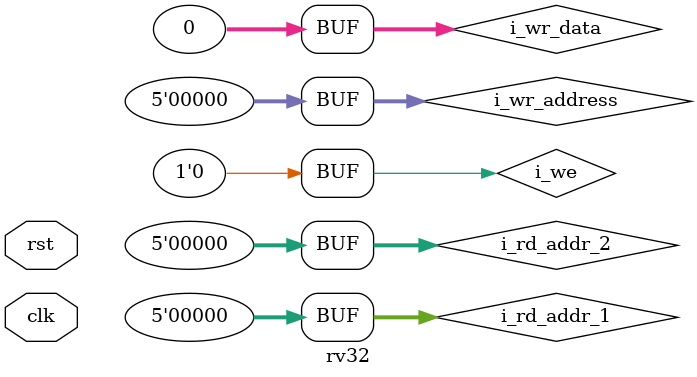
<source format=sv>
`timescale 1ns/1ps

module rv32 #(
    parameter DATA_WIDTH = 32,
    parameter ADDR_WIDTH = $clog2(DATA_WIDTH)
)
(
    input wire clk,
    input wire rst
);

    // Logic declaration
    logic [DATA_WIDTH-1: 0] pc;
    logic                   pc_en;
    logic                   i_we;         // Write Enable
    logic [ADDR_WIDTH-1: 0] i_wr_address; // Write Address
    logic [DATA_WIDTH-1: 0] i_wr_data;    // Write Data
    
    logic [ADDR_WIDTH-1: 0] i_rd_addr_1;  // Read Address 1
    logic [DATA_WIDTH-1: 0] o_rd_data_1;  // Read Data    1

    logic [ADDR_WIDTH-1: 0] i_rd_addr_2;  // Read Address 2
    logic [DATA_WIDTH-1: 0] o_rd_data_2;  // Read Data    2

    logic           [ 6: 0] opcode;
    logic           [11: 7] rd;
    logic           [14:12] funct3;
    logic           [19:15] rs1;
    logic [DATA_WIDTH-1:20] immediate;


    // ------------- Program counter ------------- 
    always_ff @ (posedge clk or negedge rst) begin
        if(!rst) pc_en <= 1'b0;
        else     pc_en <= 1'b1;
    end

    program_counter #(
        .WIDTH          ( DATA_WIDTH   )
    ) u_program_counter (
        .clk            ( clk          ),
        .rst            ( rst          ),
        .i_en           ( pc_en        ),
        .o_pc           ( pc           )
    );
    // ------------ /Program counter ------------- 

    // ------------- Register File --------------- 
    // TODO: For now assign to zero while decode is not done
    assign i_we         = 0;
    assign i_wr_address = 0;
    assign i_wr_data    = 0;
    assign i_rd_addr_1  = 0;
    assign i_rd_addr_2  = 0;


    register_file #(
        .ADDR_WIDTH     ( ADDR_WIDTH   ),
        .DATA_WIDTH     ( DATA_WIDTH   )
    ) u_register_file (
        .clk            ( clk          ),
        .rst            ( rst          ),
        .i_we           ( i_we         ),
        .i_wr_address   ( i_wr_address ),
        .i_wr_data      ( i_wr_data    ),
        .i_rd_addr_1    ( i_rd_addr_1  ),
        .o_rd_data_1    ( o_rd_data_1  ),
        .i_rd_addr_2    ( i_rd_addr_2  ),
        .o_rd_data_2    ( o_rd_data_2  )
    );
    // ------------ /Register File --------------- 

    // --------------- Decoder ------------------- 

    decoder #(
        .WIDTH          ( DATA_WIDTH   )
    ) u_decoder (
        .i_instruction  (              ),
        .o_opcode       ( opcode       ),
        .o_rd           ( rd           ),
        .o_funct3       ( funct3       ),
        .o_rs1          ( rs1          ),
        .o_immediate    ( immediate    )
    );

    // --------------- /Decoder ------------------
endmodule
</source>
